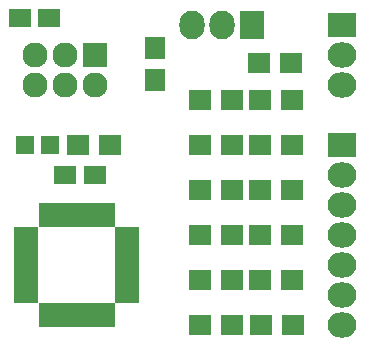
<source format=gts>
G04 #@! TF.FileFunction,Soldermask,Top*
%FSLAX46Y46*%
G04 Gerber Fmt 4.6, Leading zero omitted, Abs format (unit mm)*
G04 Created by KiCad (PCBNEW 4.0.2-stable) date 26.04.2016 00:44:30*
%MOMM*%
G01*
G04 APERTURE LIST*
%ADD10C,0.100000*%
%ADD11R,1.900000X1.700000*%
%ADD12R,2.432000X2.127200*%
%ADD13O,2.432000X2.127200*%
%ADD14R,2.127200X2.127200*%
%ADD15O,2.127200X2.127200*%
%ADD16R,0.950000X2.000000*%
%ADD17R,2.000000X0.950000*%
%ADD18R,1.598880X1.598880*%
%ADD19R,1.900000X1.650000*%
%ADD20R,2.127200X2.432000*%
%ADD21O,2.127200X2.432000*%
%ADD22R,1.700000X1.900000*%
G04 APERTURE END LIST*
D10*
D11*
X170340000Y-92710000D03*
X167640000Y-92710000D03*
X175420000Y-92710000D03*
X172720000Y-92710000D03*
X175420000Y-88900000D03*
X172720000Y-88900000D03*
X160020000Y-88900000D03*
X157320000Y-88900000D03*
X175500000Y-104140000D03*
X172800000Y-104140000D03*
D12*
X179705000Y-78740000D03*
D13*
X179705000Y-81280000D03*
X179705000Y-83820000D03*
D11*
X170340000Y-88900000D03*
X167640000Y-88900000D03*
X175420000Y-96520000D03*
X172720000Y-96520000D03*
X175420000Y-100330000D03*
X172720000Y-100330000D03*
X170340000Y-96520000D03*
X167640000Y-96520000D03*
X175420000Y-85090000D03*
X172720000Y-85090000D03*
X170340000Y-85090000D03*
X167640000Y-85090000D03*
X170340000Y-100330000D03*
X167640000Y-100330000D03*
X170340000Y-104140000D03*
X167640000Y-104140000D03*
D14*
X158750000Y-81280000D03*
D15*
X158750000Y-83820000D03*
X156210000Y-81280000D03*
X156210000Y-83820000D03*
X153670000Y-81280000D03*
X153670000Y-83820000D03*
D12*
X179705000Y-88900000D03*
D13*
X179705000Y-91440000D03*
X179705000Y-93980000D03*
X179705000Y-96520000D03*
X179705000Y-99060000D03*
X179705000Y-101600000D03*
X179705000Y-104140000D03*
D16*
X160020000Y-94810000D03*
X159220000Y-94810000D03*
X158420000Y-94810000D03*
X157620000Y-94810000D03*
X156820000Y-94810000D03*
X156020000Y-94810000D03*
X155220000Y-94810000D03*
X154420000Y-94810000D03*
D17*
X152970000Y-96260000D03*
X152970000Y-97060000D03*
X152970000Y-97860000D03*
X152970000Y-98660000D03*
X152970000Y-99460000D03*
X152970000Y-100260000D03*
X152970000Y-101060000D03*
X152970000Y-101860000D03*
D16*
X154420000Y-103310000D03*
X155220000Y-103310000D03*
X156020000Y-103310000D03*
X156820000Y-103310000D03*
X157620000Y-103310000D03*
X158420000Y-103310000D03*
X159220000Y-103310000D03*
X160020000Y-103310000D03*
D17*
X161470000Y-101860000D03*
X161470000Y-101060000D03*
X161470000Y-100260000D03*
X161470000Y-99460000D03*
X161470000Y-98660000D03*
X161470000Y-97860000D03*
X161470000Y-97060000D03*
X161470000Y-96260000D03*
D18*
X154940000Y-88900000D03*
X152841960Y-88900000D03*
D19*
X156250000Y-91440000D03*
X158750000Y-91440000D03*
X154920000Y-78105000D03*
X152420000Y-78105000D03*
D20*
X172085000Y-78740000D03*
D21*
X169545000Y-78740000D03*
X167005000Y-78740000D03*
D22*
X163830000Y-83345000D03*
X163830000Y-80645000D03*
D11*
X175340000Y-81915000D03*
X172640000Y-81915000D03*
M02*

</source>
